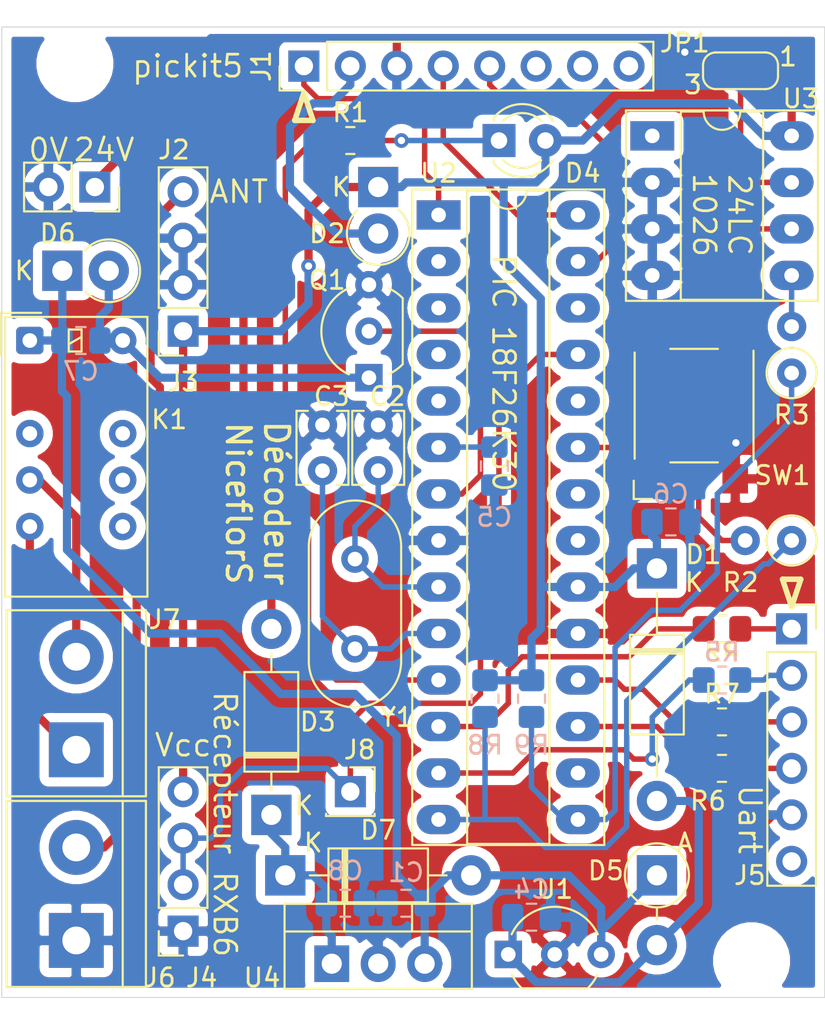
<source format=kicad_pcb>
(kicad_pcb (version 20171130) (host pcbnew "(5.1.12)-1")
  (layers (0 F.Cu signal) (31 B.Cu signal) (34 B.Paste user) (35 F.Paste user) (36 B.SilkS user) (37 F.SilkS user) (38 B.Mask user) (39 F.Mask user) (44 Edge.Cuts user))
  (net 0 "")
  (net 1 GND)
  (net 2 /12VR)
  (net 3 "Net-(C2-Pad1)")
  (net 4 "Net-(C3-Pad1)")
  (net 5 /VCC)
  (net 6 "Net-(C5-Pad1)")
  (net 7 "Net-(C7-Pad2)")
  (net 8 "Net-(C8-Pad1)")
  (net 9 /TVDD)
  (net 10 "Net-(D3-Pad2)")
  (net 11 "Net-(D4-Pad1)")
  (net 12 /PGC)
  (net 13 /PGD)
  (net 14 /MCLR)
  (net 15 /ANT)
  (net 16 /RX)
  (net 17 /TX1)
  (net 18 /RX1)
  (net 19 /CTS)
  (net 20 /RTS)
  (net 21 "Net-(J7-Pad2)")
  (net 22 "Net-(J7-Pad1)")
  (net 23 /Rel1)
  (net 24 /LED)
  (net 25 "Net-(R2-Pad2)")
  (net 26 /SCL)
  (net 27 "Net-(R3-Pad2)")
  (net 28 /SDA)
  (net 29 "Net-(R4-Pad2)")
  (net 30 "Net-(R5-Pad2)")
  (net 31 "Net-(R6-Pad2)")
  (net 32 "Net-(R7-Pad2)")
  (net 33 /Bp1)
  (net 34 /VDD)
  (net 35 "Net-(JP1-Pad2)")
  (module MountingHole:MountingHole_3.2mm_M3 (layer F.Cu) (at 121 121)
    (fp_text reference H2 hide)
    (fp_text value MountingHole)
    (pad 1 np_thru_hole circle (at 0 0) (size 3.2 3.2) (drill 3.2) (layers *.Cu *.Mask))
  )
  (module MountingHole:MountingHole_3.2mm_M3 (layer F.Cu) (at 84 72)
    (fp_text reference H1 hide)
    (fp_text value MountingHole)
    (pad 1 np_thru_hole circle (at 0 0) (size 3.2 3.2) (drill 3.2) (layers *.Cu *.Mask))
  )
  (module Connector_PinHeader_2.54mm:PinHeader_1x08_P2.54mm_Vertical (layer F.Cu) (at 96.52 72.136 90)
    (fp_text reference J1 (at 0 -2.33 90) (layer F.SilkS))
    (fp_text value Conn_01x08_Male)
    (pad 8 thru_hole oval (at 0 17.78 90) (size 1.7 1.7) (drill 1) (layers *.Cu *.Mask))
    (pad 7 thru_hole oval (at 0 15.24 90) (size 1.7 1.7) (drill 1) (layers *.Cu *.Mask))
    (pad 6 thru_hole oval (at 0 12.7 90) (size 1.7 1.7) (drill 1) (layers *.Cu *.Mask))
    (pad 5 thru_hole oval (at 0 10.16 90) (size 1.7 1.7) (drill 1) (layers *.Cu *.Mask) (net 12 /PGC))
    (pad 4 thru_hole oval (at 0 7.62 90) (size 1.7 1.7) (drill 1) (layers *.Cu *.Mask) (net 13 /PGD))
    (pad 3 thru_hole oval (at 0 5.08 90) (size 1.7 1.7) (drill 1) (layers *.Cu *.Mask) (net 1 GND))
    (pad 2 thru_hole oval (at 0 2.54 90) (size 1.7 1.7) (drill 1) (layers *.Cu *.Mask) (net 9 /TVDD))
    (pad 1 thru_hole rect (at 0 0 90) (size 1.7 1.7) (drill 1) (layers *.Cu *.Mask) (net 14 /MCLR))
  )
  (module Resistor_SMD:R_0805_2012Metric_Pad1.20x1.40mm_HandSolder (layer F.Cu) (at 99.06 76.2 180)
    (fp_text reference R1 (at 0 1.524) (layer F.SilkS))
    (fp_text value 330)
    (pad 2 smd roundrect (at 1 0 180) (size 1.2 1.4) (layers F.Cu F.Paste F.Mask) (roundrect_rratio 0.2083325) (net 24 /LED))
    (pad 1 smd roundrect (at -1 0 180) (size 1.2 1.4) (layers F.Cu F.Paste F.Mask) (roundrect_rratio 0.2083325) (net 11 "Net-(D4-Pad1)"))
  )
  (module Package_DIP:DIP-8_W7.62mm_Socket_LongPads (layer F.Cu) (at 115.57 75.946)
    (fp_text reference U3 (at 8.128 -2.032) (layer F.SilkS))
    (fp_text value 24LC1026-I_P)
    (pad 8 thru_hole oval (at 7.62 0) (size 2.4 1.6) (drill 0.8) (layers *.Cu *.Mask) (net 34 /VDD))
    (pad 4 thru_hole oval (at 0 7.62) (size 2.4 1.6) (drill 0.8) (layers *.Cu *.Mask) (net 1 GND))
    (pad 7 thru_hole oval (at 7.62 2.54) (size 2.4 1.6) (drill 0.8) (layers *.Cu *.Mask) (net 35 "Net-(JP1-Pad2)"))
    (pad 3 thru_hole oval (at 0 5.08) (size 2.4 1.6) (drill 0.8) (layers *.Cu *.Mask) (net 1 GND))
    (pad 6 thru_hole oval (at 7.62 5.08) (size 2.4 1.6) (drill 0.8) (layers *.Cu *.Mask) (net 25 "Net-(R2-Pad2)"))
    (pad 2 thru_hole oval (at 0 2.54) (size 2.4 1.6) (drill 0.8) (layers *.Cu *.Mask) (net 1 GND))
    (pad 5 thru_hole oval (at 7.62 7.62) (size 2.4 1.6) (drill 0.8) (layers *.Cu *.Mask) (net 27 "Net-(R3-Pad2)"))
    (pad 1 thru_hole rect (at 0 0) (size 2.4 1.6) (drill 0.8) (layers *.Cu *.Mask))
  )
  (module Jumper:SolderJumper-3_P1.3mm_Open_RoundedPad1.0x1.5mm_NumberLabels (layer F.Cu) (at 120.396 72.39 180)
    (fp_text reference JP1 (at 3.048 1.524) (layer F.SilkS))
    (fp_text value SolderJumper_3_Open)
    (fp_text user 1 (at -2.6 0.762) (layer F.SilkS))
    (fp_text user 3 (at 2.6 -0.762) (layer F.SilkS))
    (pad 2 smd rect (at 0 0 180) (size 1 1.5) (layers F.Cu F.Mask) (net 35 "Net-(JP1-Pad2)"))
    (pad 3 smd custom (at 1.3 0 180) (size 1 0.5) (layers F.Cu F.Mask) (net 1 GND) (options (clearance outline) (anchor rect)) (primitives (gr_circle (center 0 0.25) (end 0.5 0.25) (width 0)) (gr_circle (center 0 -0.25) (end 0.5 -0.25) (width 0)) (gr_poly (pts (xy -0.55 -0.75) (xy 0 -0.75) (xy 0 0.75) (xy -0.55 0.75)) (width 0))))
    (pad 1 smd custom (at -1.3 0 180) (size 1 0.5) (layers F.Cu F.Mask) (net 34 /VDD) (options (clearance outline) (anchor rect)) (primitives (gr_circle (center 0 0.25) (end 0.5 0.25) (width 0)) (gr_circle (center 0 -0.25) (end 0.5 -0.25) (width 0)) (gr_poly (pts (xy 0.55 -0.75) (xy 0 -0.75) (xy 0 0.75) (xy 0.55 0.75)) (width 0))))
  )
  (module Resistor_THT:R_Axial_DIN0207_L6.3mm_D2.5mm_P2.54mm_Vertical (layer F.Cu) (at 123.19 98.044 180)
    (fp_text reference R2 (at 2.794 -2.286) (layer F.SilkS))
    (fp_text value 330)
    (pad 2 thru_hole oval (at 2.54 0 180) (size 1.6 1.6) (drill 0.8) (layers *.Cu *.Mask) (net 25 "Net-(R2-Pad2)"))
    (pad 1 thru_hole circle (at 0 0 180) (size 1.6 1.6) (drill 0.8) (layers *.Cu *.Mask) (net 26 /SCL))
  )
  (module Diode_THT:D_DO-41_SOD81_P3.81mm_Vertical_AnodeUp (layer F.Cu) (at 115.824 116.332 270)
    (fp_text reference D5 (at -0.254 2.794 180) (layer F.SilkS))
    (fp_text value 1N4004)
    (fp_text user A (at -1.778 -1.524 180) (layer F.SilkS))
    (pad 2 thru_hole oval (at 3.81 0 270) (size 2.2 2.2) (drill 1.1) (layers *.Cu *.Mask) (net 5 /VCC))
    (pad 1 thru_hole rect (at 0 0 270) (size 2.2 2.2) (drill 1.1) (layers *.Cu *.Mask) (net 2 /12VR))
  )
  (module Diode_THT:D_DO-41_SOD81_P12.70mm_Horizontal (layer F.Cu) (at 115.824 99.568 270)
    (fp_text reference D1 (at -0.762 -2.54 180) (layer F.SilkS))
    (fp_text value 1N4004)
    (fp_text user K (at 0.762 -2.032 180) (layer F.SilkS))
    (pad 2 thru_hole oval (at 12.7 0 270) (size 2.2 2.2) (drill 1.1) (layers *.Cu *.Mask) (net 5 /VCC))
    (pad 1 thru_hole rect (at 0 0 270) (size 2.2 2.2) (drill 1.1) (layers *.Cu *.Mask) (net 34 /VDD))
  )
  (module Resistor_SMD:R_0805_2012Metric_Pad1.20x1.40mm_HandSolder (layer F.Cu) (at 119.38 110.49 180)
    (fp_text reference R6 (at 0.762 -1.778) (layer F.SilkS))
    (fp_text value 220)
    (pad 2 smd roundrect (at 1 0 180) (size 1.2 1.4) (layers F.Cu F.Paste F.Mask) (roundrect_rratio 0.2083325) (net 31 "Net-(R6-Pad2)"))
    (pad 1 smd roundrect (at -1 0 180) (size 1.2 1.4) (layers F.Cu F.Paste F.Mask) (roundrect_rratio 0.2083325) (net 17 /TX1))
  )
  (module Resistor_SMD:R_0805_2012Metric_Pad1.20x1.40mm_HandSolder (layer B.Cu) (at 119.38 105.664 180)
    (fp_text reference R5 (at 0 1.524 180) (layer B.SilkS) (effects (justify mirror)))
    (fp_text value 220)
    (pad 2 smd roundrect (at 1 0 180) (size 1.2 1.4) (layers B.Cu B.Paste B.Mask) (roundrect_rratio 0.2083325) (net 30 "Net-(R5-Pad2)"))
    (pad 1 smd roundrect (at -1 0 180) (size 1.2 1.4) (layers B.Cu B.Paste B.Mask) (roundrect_rratio 0.2083325) (net 19 /CTS))
  )
  (module Diode_THT:D_DO-41_SOD81_P10.16mm_Horizontal (layer F.Cu) (at 95.504 116.332)
    (fp_text reference D7 (at 5.08 -2.47) (layer F.SilkS))
    (fp_text value 1N4004)
    (fp_text user K (at 1.524 -1.778) (layer F.SilkS))
    (pad 2 thru_hole oval (at 10.16 0) (size 2.2 2.2) (drill 1.1) (layers *.Cu *.Mask) (net 2 /12VR))
    (pad 1 thru_hole rect (at 0 0) (size 2.2 2.2) (drill 1.1) (layers *.Cu *.Mask) (net 8 "Net-(C8-Pad1)"))
  )
  (module Diode_THT:D_DO-41_SOD81_P10.16mm_Horizontal (layer F.Cu) (at 94.742 113.03 90)
    (fp_text reference D3 (at 5.08 2.54 180) (layer F.SilkS))
    (fp_text value 1N4004)
    (fp_text user K (at 0.508 1.778 180) (layer F.SilkS))
    (pad 2 thru_hole oval (at 10.16 0 90) (size 2.2 2.2) (drill 1.1) (layers *.Cu *.Mask) (net 10 "Net-(D3-Pad2)"))
    (pad 1 thru_hole rect (at 0 0 90) (size 2.2 2.2) (drill 1.1) (layers *.Cu *.Mask) (net 8 "Net-(C8-Pad1)"))
  )
  (module Crystal:Crystal_HC18-U_Vertical (layer F.Cu) (at 99.314 99.06 270)
    (fp_text reference Y1 (at 8.636 -2.286 180) (layer F.SilkS))
    (fp_text value "Crystal 16MHz")
    (pad 2 thru_hole circle (at 4.9 0 270) (size 1.5 1.5) (drill 0.8) (layers *.Cu *.Mask) (net 4 "Net-(C3-Pad1)"))
    (pad 1 thru_hole circle (at 0 0 270) (size 1.5 1.5) (drill 0.8) (layers *.Cu *.Mask) (net 3 "Net-(C2-Pad1)"))
  )
  (module Package_TO_SOT_THT:TO-220-3_Vertical (layer F.Cu) (at 98.044 121.158)
    (fp_text reference U4 (at -3.81 0.762) (layer F.SilkS))
    (fp_text value L7812)
    (pad 3 thru_hole oval (at 5.08 0) (size 1.905 2) (drill 1.1) (layers *.Cu *.Mask) (net 2 /12VR))
    (pad 2 thru_hole oval (at 2.54 0) (size 1.905 2) (drill 1.1) (layers *.Cu *.Mask) (net 1 GND))
    (pad 1 thru_hole rect (at 0 0) (size 1.905 2) (drill 1.1) (layers *.Cu *.Mask) (net 8 "Net-(C8-Pad1)"))
  )
  (module Package_DIP:DIP-28_W7.62mm_Socket_LongPads (layer F.Cu) (at 103.886 80.264)
    (fp_text reference U2 (at 0 -2.286) (layer F.SilkS))
    (fp_text value PIC18F26K80_ISS)
    (pad 28 thru_hole oval (at 7.62 0) (size 2.4 1.6) (drill 0.8) (layers *.Cu *.Mask) (net 13 /PGD))
    (pad 14 thru_hole oval (at 0 33.02) (size 2.4 1.6) (drill 0.8) (layers *.Cu *.Mask) (net 26 /SCL))
    (pad 27 thru_hole oval (at 7.62 2.54) (size 2.4 1.6) (drill 0.8) (layers *.Cu *.Mask) (net 12 /PGC))
    (pad 13 thru_hole oval (at 0 30.48) (size 2.4 1.6) (drill 0.8) (layers *.Cu *.Mask) (net 30 "Net-(R5-Pad2)"))
    (pad 26 thru_hole oval (at 7.62 5.08) (size 2.4 1.6) (drill 0.8) (layers *.Cu *.Mask))
    (pad 12 thru_hole oval (at 0 27.94) (size 2.4 1.6) (drill 0.8) (layers *.Cu *.Mask) (net 29 "Net-(R4-Pad2)"))
    (pad 25 thru_hole oval (at 7.62 7.62) (size 2.4 1.6) (drill 0.8) (layers *.Cu *.Mask) (net 16 /RX))
    (pad 11 thru_hole oval (at 0 25.4) (size 2.4 1.6) (drill 0.8) (layers *.Cu *.Mask) (net 24 /LED))
    (pad 24 thru_hole oval (at 7.62 10.16) (size 2.4 1.6) (drill 0.8) (layers *.Cu *.Mask))
    (pad 10 thru_hole oval (at 0 22.86) (size 2.4 1.6) (drill 0.8) (layers *.Cu *.Mask) (net 4 "Net-(C3-Pad1)"))
    (pad 23 thru_hole oval (at 7.62 12.7) (size 2.4 1.6) (drill 0.8) (layers *.Cu *.Mask) (net 33 /Bp1))
    (pad 9 thru_hole oval (at 0 20.32) (size 2.4 1.6) (drill 0.8) (layers *.Cu *.Mask) (net 3 "Net-(C2-Pad1)"))
    (pad 22 thru_hole oval (at 7.62 15.24) (size 2.4 1.6) (drill 0.8) (layers *.Cu *.Mask))
    (pad 8 thru_hole oval (at 0 17.78) (size 2.4 1.6) (drill 0.8) (layers *.Cu *.Mask) (net 1 GND))
    (pad 21 thru_hole oval (at 7.62 17.78) (size 2.4 1.6) (drill 0.8) (layers *.Cu *.Mask))
    (pad 7 thru_hole oval (at 0 15.24) (size 2.4 1.6) (drill 0.8) (layers *.Cu *.Mask) (net 23 /Rel1))
    (pad 20 thru_hole oval (at 7.62 20.32) (size 2.4 1.6) (drill 0.8) (layers *.Cu *.Mask) (net 34 /VDD))
    (pad 6 thru_hole oval (at 0 12.7) (size 2.4 1.6) (drill 0.8) (layers *.Cu *.Mask) (net 6 "Net-(C5-Pad1)"))
    (pad 19 thru_hole oval (at 7.62 22.86) (size 2.4 1.6) (drill 0.8) (layers *.Cu *.Mask) (net 1 GND))
    (pad 5 thru_hole oval (at 0 10.16) (size 2.4 1.6) (drill 0.8) (layers *.Cu *.Mask))
    (pad 18 thru_hole oval (at 7.62 25.4) (size 2.4 1.6) (drill 0.8) (layers *.Cu *.Mask) (net 32 "Net-(R7-Pad2)"))
    (pad 4 thru_hole oval (at 0 7.62) (size 2.4 1.6) (drill 0.8) (layers *.Cu *.Mask))
    (pad 17 thru_hole oval (at 7.62 27.94) (size 2.4 1.6) (drill 0.8) (layers *.Cu *.Mask) (net 31 "Net-(R6-Pad2)"))
    (pad 3 thru_hole oval (at 0 5.08) (size 2.4 1.6) (drill 0.8) (layers *.Cu *.Mask))
    (pad 16 thru_hole oval (at 7.62 30.48) (size 2.4 1.6) (drill 0.8) (layers *.Cu *.Mask))
    (pad 2 thru_hole oval (at 0 2.54) (size 2.4 1.6) (drill 0.8) (layers *.Cu *.Mask))
    (pad 15 thru_hole oval (at 7.62 33.02) (size 2.4 1.6) (drill 0.8) (layers *.Cu *.Mask) (net 28 /SDA))
    (pad 1 thru_hole rect (at 0 0) (size 2.4 1.6) (drill 0.8) (layers *.Cu *.Mask) (net 14 /MCLR))
  )
  (module Package_TO_SOT_THT:TO-92_Inline_Wide (layer F.Cu) (at 107.696 120.65)
    (fp_text reference U1 (at 2.54 -3.56) (layer F.SilkS))
    (fp_text value L78L05_TO92)
    (pad 1 thru_hole rect (at 0 0) (size 1.5 1.5) (drill 0.8) (layers *.Cu *.Mask) (net 5 /VCC))
    (pad 3 thru_hole circle (at 5.08 0) (size 1.5 1.5) (drill 0.8) (layers *.Cu *.Mask) (net 2 /12VR))
    (pad 2 thru_hole circle (at 2.54 0) (size 1.5 1.5) (drill 0.8) (layers *.Cu *.Mask) (net 1 GND))
  )
  (module Button_Switch_SMD:SW_SPST_Omron_B3FS-101xP (layer F.Cu) (at 117.856 90.678 90)
    (fp_text reference SW1 (at -3.81 4.826 180) (layer F.SilkS))
    (fp_text value SW_MEC_5E)
    (pad 3 smd rect (at -4 2.25 270) (size 1.6 1.4) (layers F.Cu F.Paste F.Mask) (net 1 GND))
    (pad 4 smd rect (at 4 2.25 270) (size 1.6 1.4) (layers F.Cu F.Paste F.Mask) (net 1 GND))
    (pad 1 smd rect (at -4 -2.25 270) (size 1.6 1.4) (layers F.Cu F.Paste F.Mask) (net 33 /Bp1))
    (pad 2 smd rect (at 4 -2.25 270) (size 1.6 1.4) (layers F.Cu F.Paste F.Mask) (net 33 /Bp1))
  )
  (module Resistor_SMD:R_0805_2012Metric_Pad1.20x1.40mm_HandSolder (layer B.Cu) (at 108.966 106.68 270)
    (fp_text reference R9 (at 2.54 0 180) (layer B.SilkS) (effects (justify mirror)))
    (fp_text value 8,2k)
    (pad 2 smd roundrect (at 1 0 270) (size 1.2 1.4) (layers B.Cu B.Paste B.Mask) (roundrect_rratio 0.2083325) (net 28 /SDA))
    (pad 1 smd roundrect (at -1 0 270) (size 1.2 1.4) (layers B.Cu B.Paste B.Mask) (roundrect_rratio 0.2083325) (net 34 /VDD))
  )
  (module Resistor_SMD:R_0805_2012Metric_Pad1.20x1.40mm_HandSolder (layer B.Cu) (at 106.426 106.68 270)
    (fp_text reference R8 (at 2.54 0) (layer B.SilkS) (effects (justify mirror)))
    (fp_text value 8,2k)
    (pad 2 smd roundrect (at 1 0 270) (size 1.2 1.4) (layers B.Cu B.Paste B.Mask) (roundrect_rratio 0.2083325) (net 26 /SCL))
    (pad 1 smd roundrect (at -1 0 270) (size 1.2 1.4) (layers B.Cu B.Paste B.Mask) (roundrect_rratio 0.2083325) (net 34 /VDD))
  )
  (module Resistor_SMD:R_0805_2012Metric_Pad1.20x1.40mm_HandSolder (layer F.Cu) (at 119.38 107.95 180)
    (fp_text reference R7 (at 0 1.524) (layer F.SilkS))
    (fp_text value 220)
    (pad 2 smd roundrect (at 1 0 180) (size 1.2 1.4) (layers F.Cu F.Paste F.Mask) (roundrect_rratio 0.2083325) (net 32 "Net-(R7-Pad2)"))
    (pad 1 smd roundrect (at -1 0 180) (size 1.2 1.4) (layers F.Cu F.Paste F.Mask) (roundrect_rratio 0.2083325) (net 18 /RX1))
  )
  (module Resistor_SMD:R_0805_2012Metric_Pad1.20x1.40mm_HandSolder (layer F.Cu) (at 119.38 102.87 180)
    (fp_text reference R4 (at 0 -1.27) (layer F.SilkS))
    (fp_text value 220)
    (pad 2 smd roundrect (at 1 0 180) (size 1.2 1.4) (layers F.Cu F.Paste F.Mask) (roundrect_rratio 0.2083325) (net 29 "Net-(R4-Pad2)"))
    (pad 1 smd roundrect (at -1 0 180) (size 1.2 1.4) (layers F.Cu F.Paste F.Mask) (roundrect_rratio 0.2083325) (net 20 /RTS))
  )
  (module Resistor_THT:R_Axial_DIN0207_L6.3mm_D2.5mm_P2.54mm_Vertical (layer F.Cu) (at 123.19 88.9 90)
    (fp_text reference R3 (at -2.286 0 180) (layer F.SilkS))
    (fp_text value 330)
    (pad 2 thru_hole oval (at 2.54 0 90) (size 1.6 1.6) (drill 0.8) (layers *.Cu *.Mask) (net 27 "Net-(R3-Pad2)"))
    (pad 1 thru_hole circle (at 0 0 90) (size 1.6 1.6) (drill 0.8) (layers *.Cu *.Mask) (net 28 /SDA))
  )
  (module Package_TO_SOT_THT:TO-92_Inline_Wide (layer F.Cu) (at 100.076 89.154 90)
    (fp_text reference Q1 (at 5.334 -2.286 180) (layer F.SilkS))
    (fp_text value BS170)
    (pad 1 thru_hole rect (at 0 0 90) (size 1.5 1.5) (drill 0.8) (layers *.Cu *.Mask) (net 7 "Net-(C7-Pad2)"))
    (pad 3 thru_hole circle (at 5.08 0 90) (size 1.5 1.5) (drill 0.8) (layers *.Cu *.Mask) (net 1 GND))
    (pad 2 thru_hole circle (at 2.54 0 90) (size 1.5 1.5) (drill 0.8) (layers *.Cu *.Mask) (net 23 /Rel1))
  )
  (module Relay_THT:Relay_DPDT_Kemet_EC2 (layer F.Cu) (at 81.534 87.122)
    (fp_text reference K1 (at 7.62 4.318 180) (layer F.SilkS))
    (fp_text value ATX203)
    (pad 12 thru_hole circle (at 5.08 0) (size 1.5 1.5) (drill 0.8) (layers *.Cu *.Mask) (net 7 "Net-(C7-Pad2)"))
    (pad 10 thru_hole circle (at 5.08 5.08) (size 1.5 1.5) (drill 0.8) (layers *.Cu *.Mask))
    (pad 9 thru_hole circle (at 5.08 7.62) (size 1.5 1.5) (drill 0.8) (layers *.Cu *.Mask))
    (pad 8 thru_hole circle (at 5.08 10.16) (size 1.5 1.5) (drill 0.8) (layers *.Cu *.Mask))
    (pad 5 thru_hole circle (at 0 10.16) (size 1.5 1.5) (drill 0.8) (layers *.Cu *.Mask) (net 22 "Net-(J7-Pad1)"))
    (pad 4 thru_hole circle (at 0 7.62) (size 1.5 1.5) (drill 0.8) (layers *.Cu *.Mask) (net 21 "Net-(J7-Pad2)"))
    (pad 3 thru_hole circle (at 0 5.08) (size 1.5 1.5) (drill 0.8) (layers *.Cu *.Mask))
    (pad 1 thru_hole roundrect (at 0 0) (size 1.5 1.5) (drill 0.8) (layers *.Cu *.Mask) (roundrect_rratio 0.167) (net 2 /12VR))
  )
  (module Connector_PinSocket_2.54mm:PinSocket_1x01_P2.54mm_Vertical (layer F.Cu) (at 99.06 111.76)
    (fp_text reference J8 (at 0.508 -2.286) (layer F.SilkS))
    (fp_text value Conn_01x01_Male)
    (pad 1 thru_hole rect (at 0 0) (size 1.7 1.7) (drill 1) (layers *.Cu *.Mask) (net 16 /RX))
  )
  (module TerminalBlock:TerminalBlock_bornier-2_P5.08mm (layer F.Cu) (at 84.074 109.474 90)
    (fp_text reference J7 (at 7.112 4.826 180) (layer F.SilkS))
    (fp_text value Screw_Terminal_01x02)
    (pad 2 thru_hole circle (at 5.08 0 90) (size 3 3) (drill 1.52) (layers *.Cu *.Mask) (net 21 "Net-(J7-Pad2)"))
    (pad 1 thru_hole rect (at 0 0 90) (size 3 3) (drill 1.52) (layers *.Cu *.Mask) (net 22 "Net-(J7-Pad1)"))
  )
  (module TerminalBlock:TerminalBlock_bornier-2_P5.08mm (layer F.Cu) (at 84.074 119.888 90)
    (fp_text reference J6 (at -2.032 4.572 180) (layer F.SilkS))
    (fp_text value Screw_Terminal_01x02)
    (pad 2 thru_hole circle (at 5.08 0 90) (size 3 3) (drill 1.52) (layers *.Cu *.Mask) (net 15 /ANT))
    (pad 1 thru_hole rect (at 0 0 90) (size 3 3) (drill 1.52) (layers *.Cu *.Mask) (net 1 GND))
  )
  (module Connector_PinSocket_2.54mm:PinSocket_1x06_P2.54mm_Vertical (layer F.Cu) (at 123.19 102.87)
    (fp_text reference J5 (at -2.286 13.462) (layer F.SilkS))
    (fp_text value Conn_01x06_Male)
    (pad 6 thru_hole oval (at 0 12.7) (size 1.7 1.7) (drill 1) (layers *.Cu *.Mask))
    (pad 5 thru_hole oval (at 0 10.16) (size 1.7 1.7) (drill 1) (layers *.Cu *.Mask) (net 1 GND))
    (pad 4 thru_hole oval (at 0 7.62) (size 1.7 1.7) (drill 1) (layers *.Cu *.Mask) (net 17 /TX1))
    (pad 3 thru_hole oval (at 0 5.08) (size 1.7 1.7) (drill 1) (layers *.Cu *.Mask) (net 18 /RX1))
    (pad 2 thru_hole oval (at 0 2.54) (size 1.7 1.7) (drill 1) (layers *.Cu *.Mask) (net 19 /CTS))
    (pad 1 thru_hole rect (at 0 0) (size 1.7 1.7) (drill 1) (layers *.Cu *.Mask) (net 20 /RTS))
  )
  (module Connector_PinSocket_2.54mm:PinSocket_1x04_P2.54mm_Vertical (layer F.Cu) (at 89.916 119.38 180)
    (fp_text reference J4 (at -1.016 -2.54) (layer F.SilkS))
    (fp_text value Conn_01x04_Male)
    (pad 4 thru_hole oval (at 0 7.62 180) (size 1.7 1.7) (drill 1) (layers *.Cu *.Mask) (net 34 /VDD))
    (pad 3 thru_hole oval (at 0 5.08 180) (size 1.7 1.7) (drill 1) (layers *.Cu *.Mask) (net 16 /RX))
    (pad 2 thru_hole oval (at 0 2.54 180) (size 1.7 1.7) (drill 1) (layers *.Cu *.Mask) (net 16 /RX))
    (pad 1 thru_hole rect (at 0 0 180) (size 1.7 1.7) (drill 1) (layers *.Cu *.Mask) (net 1 GND))
  )
  (module Connector_PinSocket_2.54mm:PinSocket_1x04_P2.54mm_Vertical (layer F.Cu) (at 89.916 86.614 180)
    (fp_text reference J3 (at 0 -2.77) (layer F.SilkS))
    (fp_text value Conn_01x04_Male)
    (pad 4 thru_hole oval (at 0 7.62 180) (size 1.7 1.7) (drill 1) (layers *.Cu *.Mask) (net 15 /ANT))
    (pad 3 thru_hole oval (at 0 5.08 180) (size 1.7 1.7) (drill 1) (layers *.Cu *.Mask) (net 1 GND))
    (pad 2 thru_hole oval (at 0 2.54 180) (size 1.7 1.7) (drill 1) (layers *.Cu *.Mask) (net 1 GND))
    (pad 1 thru_hole rect (at 0 0 180) (size 1.7 1.7) (drill 1) (layers *.Cu *.Mask) (net 34 /VDD))
  )
  (module Connector_PinSocket_2.54mm:PinSocket_1x02_P2.54mm_Vertical (layer F.Cu) (at 85.09 78.74 270)
    (fp_text reference J2 (at -2.032 -4.318 180) (layer F.SilkS))
    (fp_text value Conn_01x02_Male)
    (pad 2 thru_hole oval (at 0 2.54 270) (size 1.7 1.7) (drill 1) (layers *.Cu *.Mask) (net 1 GND))
    (pad 1 thru_hole rect (at 0 0 270) (size 1.7 1.7) (drill 1) (layers *.Cu *.Mask) (net 10 "Net-(D3-Pad2)"))
  )
  (module Diode_THT:D_DO-41_SOD81_P2.54mm_Vertical_KathodeUp (layer F.Cu) (at 83.312 83.312)
    (fp_text reference D6 (at -0.254 -2.032) (layer F.SilkS))
    (fp_text value 1N4004)
    (fp_text user K (at -2.1 0) (layer F.SilkS))
    (pad 2 thru_hole oval (at 2.54 0) (size 2.2 2.2) (drill 1.1) (layers *.Cu *.Mask) (net 7 "Net-(C7-Pad2)"))
    (pad 1 thru_hole rect (at 0 0) (size 2.2 2.2) (drill 1.1) (layers *.Cu *.Mask) (net 2 /12VR))
  )
  (module LED_THT:LED_D3.0mm (layer F.Cu) (at 107.188 76.2)
    (fp_text reference D4 (at 4.572 1.778 180) (layer F.SilkS))
    (fp_text value LED)
    (pad 2 thru_hole circle (at 2.54 0) (size 1.8 1.8) (drill 0.9) (layers *.Cu *.Mask) (net 34 /VDD))
    (pad 1 thru_hole rect (at 0 0) (size 1.8 1.8) (drill 0.9) (layers *.Cu *.Mask) (net 11 "Net-(D4-Pad1)"))
  )
  (module Diode_THT:D_DO-41_SOD81_P2.54mm_Vertical_KathodeUp (layer F.Cu) (at 100.584 78.74 270)
    (fp_text reference D2 (at 2.54 2.794) (layer F.SilkS))
    (fp_text value 1N4004)
    (fp_text user K (at 0 2.032 180) (layer F.SilkS))
    (pad 2 thru_hole oval (at 2.54 0 270) (size 2.2 2.2) (drill 1.1) (layers *.Cu *.Mask) (net 9 /TVDD))
    (pad 1 thru_hole rect (at 0 0 270) (size 2.2 2.2) (drill 1.1) (layers *.Cu *.Mask) (net 34 /VDD))
  )
  (module Capacitor_SMD:C_0805_2012Metric_Pad1.18x1.45mm_HandSolder (layer B.Cu) (at 98.7845 117.856)
    (fp_text reference C8 (at 0 -1.778) (layer B.SilkS) (effects (justify mirror)))
    (fp_text value 100nF)
    (pad 2 smd roundrect (at 1.0375 0) (size 1.175 1.45) (layers B.Cu B.Paste B.Mask) (roundrect_rratio 0.2127659574468085) (net 1 GND))
    (pad 1 smd roundrect (at -1.0375 0) (size 1.175 1.45) (layers B.Cu B.Paste B.Mask) (roundrect_rratio 0.2127659574468085) (net 8 "Net-(C8-Pad1)"))
  )
  (module Capacitor_SMD:C_0805_2012Metric_Pad1.18x1.45mm_HandSolder (layer B.Cu) (at 84.328 87.122)
    (fp_text reference C7 (at 0 1.68) (layer B.SilkS) (effects (justify mirror)))
    (fp_text value 100nF)
    (pad 2 smd roundrect (at 1.0375 0) (size 1.175 1.45) (layers B.Cu B.Paste B.Mask) (roundrect_rratio 0.2127659574468085) (net 7 "Net-(C7-Pad2)"))
    (pad 1 smd roundrect (at -1.0375 0) (size 1.175 1.45) (layers B.Cu B.Paste B.Mask) (roundrect_rratio 0.2127659574468085) (net 2 /12VR))
  )
  (module Capacitor_SMD:C_0805_2012Metric_Pad1.18x1.45mm_HandSolder (layer B.Cu) (at 116.586 97.028)
    (fp_text reference C6 (at 0 -1.524 180) (layer B.SilkS) (effects (justify mirror)))
    (fp_text value 100nF)
    (pad 2 smd roundrect (at 1.0375 0) (size 1.175 1.45) (layers B.Cu B.Paste B.Mask) (roundrect_rratio 0.2127659574468085) (net 1 GND))
    (pad 1 smd roundrect (at -1.0375 0) (size 1.175 1.45) (layers B.Cu B.Paste B.Mask) (roundrect_rratio 0.2127659574468085) (net 34 /VDD))
  )
  (module Capacitor_SMD:C_0805_2012Metric_Pad1.18x1.45mm_HandSolder (layer B.Cu) (at 106.934 93.98 270)
    (fp_text reference C5 (at 2.794 0 180) (layer B.SilkS) (effects (justify mirror)))
    (fp_text value 100nF)
    (pad 2 smd roundrect (at 1.0375 0 270) (size 1.175 1.45) (layers B.Cu B.Paste B.Mask) (roundrect_rratio 0.2127659574468085) (net 1 GND))
    (pad 1 smd roundrect (at -1.0375 0 270) (size 1.175 1.45) (layers B.Cu B.Paste B.Mask) (roundrect_rratio 0.2127659574468085) (net 6 "Net-(C5-Pad1)"))
  )
  (module Capacitor_SMD:C_0805_2012Metric_Pad1.18x1.45mm_HandSolder (layer B.Cu) (at 108.966 118.618)
    (fp_text reference C4 (at 0 -1.524) (layer B.SilkS) (effects (justify mirror)))
    (fp_text value 100nF)
    (pad 2 smd roundrect (at 1.0375 0) (size 1.175 1.45) (layers B.Cu B.Paste B.Mask) (roundrect_rratio 0.2127659574468085) (net 1 GND))
    (pad 1 smd roundrect (at -1.0375 0) (size 1.175 1.45) (layers B.Cu B.Paste B.Mask) (roundrect_rratio 0.2127659574468085) (net 5 /VCC))
  )
  (module Capacitor_THT:C_Disc_D3.8mm_W2.6mm_P2.50mm (layer F.Cu) (at 97.536 94.234 90)
    (fp_text reference C3 (at 4.064 0.508) (layer F.SilkS))
    (fp_text value 15pF)
    (pad 2 thru_hole circle (at 2.5 0 90) (size 1.6 1.6) (drill 0.8) (layers *.Cu *.Mask) (net 1 GND))
    (pad 1 thru_hole circle (at 0 0 90) (size 1.6 1.6) (drill 0.8) (layers *.Cu *.Mask) (net 4 "Net-(C3-Pad1)"))
  )
  (module Capacitor_THT:C_Disc_D3.8mm_W2.6mm_P2.50mm (layer F.Cu) (at 100.584 94.234 90)
    (fp_text reference C2 (at 4.064 0.508) (layer F.SilkS))
    (fp_text value 15pF)
    (pad 2 thru_hole circle (at 2.5 0 90) (size 1.6 1.6) (drill 0.8) (layers *.Cu *.Mask) (net 1 GND))
    (pad 1 thru_hole circle (at 0 0 90) (size 1.6 1.6) (drill 0.8) (layers *.Cu *.Mask) (net 3 "Net-(C2-Pad1)"))
  )
  (module Capacitor_SMD:C_0805_2012Metric_Pad1.18x1.45mm_HandSolder (layer B.Cu) (at 102.108 117.856 180)
    (fp_text reference C1 (at 0 1.68) (layer B.SilkS) (effects (justify mirror)))
    (fp_text value 100nF)
    (pad 2 smd roundrect (at 1.0375 0 180) (size 1.175 1.45) (layers B.Cu B.Paste B.Mask) (roundrect_rratio 0.2127659574468085) (net 1 GND))
    (pad 1 smd roundrect (at -1.0375 0 180) (size 1.175 1.45) (layers B.Cu B.Paste B.Mask) (roundrect_rratio 0.2127659574468085) (net 2 /12VR))
  )
  (gr_text "24LC\n1026" (at 119.38 80.264 -90) (layer F.SilkS) (effects (font (size 1.2 1.2))))
  (gr_text "PIC 18F26K30" (at 107.442 88.9 -90) (layer F.SilkS) (effects (font (size 1.2 1.2))))
  (gr_text Vcc (at 89.916 109.22) (layer F.SilkS) (effects (font (size 1.2 1.2))))
  (gr_text ANT (at 92.964 78.994) (layer F.SilkS) (effects (font (size 1.2 1.2))))
  (gr_text 0V (at 82.55 76.708) (layer F.SilkS) (effects (font (size 1.2 1.2))))
  (gr_text 24V (at 85.598 76.708) (layer F.SilkS) (effects (font (size 1.2 1.2))))
  (gr_text ∆ (at 123.19 100.838 180) (layer F.SilkS) (effects (font (size 1.5 1.5) (thickness 0.3))))
  (gr_text ∆ (at 96.52 74.422) (layer F.SilkS) (effects (font (size 1.5 1.5) (thickness 0.3))))
  (gr_text Uart (at 120.904 113.284 270) (layer F.SilkS) (effects (font (size 1.2 1.2))))
  (gr_text "Récepteur RXB6" (at 92.202 113.538 -90) (layer F.SilkS) (effects (font (size 1.2 1.2))))
  (gr_text pickit5 (at 90.17 72.136) (layer F.SilkS) (effects (font (size 1.2 1.2))))
  (gr_text "Décodeur\nNiceflorS" (at 93.98 96.012 270) (layer F.SilkS) (effects (font (size 1.3 1.3) (thickness 0.2))))
  (gr_line (start 80 123) (end 80 70) (layer Edge.Cuts) (width 0.05))
  (gr_line (start 125 123) (end 80 123) (layer Edge.Cuts) (width 0.05))
  (gr_line (start 125 70) (end 125 123) (layer Edge.Cuts) (width 0.05))
  (gr_line (start 80 70) (end 125 70) (layer Edge.Cuts) (width 0.05))
  (segment (start 100.584 121.158) (end 100.584 120.396) (width 0.45) (layer B.Cu) (net 1))
  (segment (start 122.174 113.03) (end 123.19 113.03) (width 0.45) (layer F.Cu) (net 1))
  (segment (start 116.84 118.364) (end 122.174 113.03) (width 0.45) (layer F.Cu) (net 1))
  (segment (start 112.522 118.364) (end 116.84 118.364) (width 0.45) (layer F.Cu) (net 1))
  (segment (start 110.236 120.65) (end 112.522 118.364) (width 0.45) (layer F.Cu) (net 1))
  (segment (start 104.394 98.044) (end 104.902 98.044) (width 0.45) (layer F.Cu) (net 1))
  (segment (start 120.142 94.642) (end 120.106 94.678) (width 0.45) (layer F.Cu) (net 1))
  (segment (start 120.142 92.71) (end 120.142 94.642) (width 0.45) (layer F.Cu) (net 1))
  (via (at 120.142 92.71) (size 0.8) (drill 0.4) (layers F.Cu B.Cu) (net 1))
  (segment (start 101.6 70.612) (end 91.694 70.612) (width 0.45) (layer F.Cu) (net 1))
  (segment (start 101.6 72.136) (end 101.6 70.612) (width 0.45) (layer F.Cu) (net 1))
  (segment (start 119.096 72.39) (end 118.364 72.39) (width 0.45) (layer F.Cu) (net 1))
  (segment (start 116.586 70.612) (end 101.6 70.612) (width 0.45) (layer F.Cu) (net 1))
  (segment (start 100.584 120.65) (end 100.584 121.158) (width 0.45) (layer B.Cu) (net 1))
  (segment (start 100.584 121.158) (end 100.584 119.888) (width 0.45) (layer B.Cu) (net 1))
  (segment (start 101.0705 119.4015) (end 101.0705 117.856) (width 0.45) (layer B.Cu) (net 1))
  (segment (start 100.584 119.888) (end 101.0705 119.4015) (width 0.45) (layer B.Cu) (net 1))
  (segment (start 99.822 117.856) (end 99.822 119.38) (width 0.45) (layer B.Cu) (net 1))
  (segment (start 100.584 120.142) (end 100.584 121.158) (width 0.45) (layer B.Cu) (net 1))
  (segment (start 99.822 119.38) (end 100.584 120.142) (width 0.45) (layer B.Cu) (net 1))
  (segment (start 91.445001 70.606999) (end 116.580999 70.606999) (width 0.45) (layer B.Cu) (net 1))
  (segment (start 85.852 76.2) (end 91.445001 70.606999) (width 0.45) (layer B.Cu) (net 1))
  (segment (start 83.058 76.2) (end 85.852 76.2) (width 0.45) (layer B.Cu) (net 1))
  (segment (start 82.55 76.708) (end 83.058 76.2) (width 0.45) (layer B.Cu) (net 1))
  (segment (start 116.580999 70.606999) (end 117.348 71.374) (width 0.45) (layer B.Cu) (net 1))
  (segment (start 82.55 78.74) (end 82.55 76.708) (width 0.45) (layer B.Cu) (net 1))
  (via (at 117.348 71.374) (size 0.8) (drill 0.4) (layers F.Cu B.Cu) (net 1))
  (segment (start 117.348 71.374) (end 116.586 70.612) (width 0.45) (layer F.Cu) (net 1))
  (segment (start 118.364 72.39) (end 117.348 71.374) (width 0.45) (layer F.Cu) (net 1))
  (segment (start 103.124 121.158) (end 103.886 121.158) (width 0.45) (layer B.Cu) (net 2))
  (segment (start 112.776 120.65) (end 112.776 118.11) (width 0.45) (layer B.Cu) (net 2))
  (segment (start 110.998 116.332) (end 105.664 116.332) (width 0.45) (layer B.Cu) (net 2))
  (segment (start 112.776 118.11) (end 110.998 116.332) (width 0.45) (layer B.Cu) (net 2))
  (segment (start 115.824 116.84) (end 115.316 116.84) (width 0.45) (layer B.Cu) (net 2))
  (segment (start 112.776 119.38) (end 112.776 120.65) (width 0.45) (layer B.Cu) (net 2))
  (segment (start 115.316 116.84) (end 112.776 119.38) (width 0.45) (layer B.Cu) (net 2))
  (segment (start 83.312 87.1005) (end 83.2905 87.122) (width 0.45) (layer B.Cu) (net 2))
  (segment (start 83.312 83.312) (end 83.312 87.1005) (width 0.45) (layer B.Cu) (net 2))
  (segment (start 81.534 87.122) (end 83.2905 87.122) (width 0.45) (layer B.Cu) (net 2))
  (segment (start 105.664 116.332) (end 105.664 116.3535) (width 0.45) (layer B.Cu) (net 2))
  (segment (start 83.566 90.17) (end 83.2905 89.8945) (width 0.45) (layer B.Cu) (net 2))
  (segment (start 83.2905 89.8945) (end 83.2905 87.122) (width 0.45) (layer B.Cu) (net 2))
  (segment (start 88.138 103.124) (end 83.566 98.552) (width 0.45) (layer B.Cu) (net 2))
  (segment (start 91.948 103.124) (end 88.138 103.124) (width 0.45) (layer B.Cu) (net 2))
  (segment (start 95.25 106.426) (end 91.948 103.124) (width 0.45) (layer B.Cu) (net 2))
  (segment (start 99.314 106.426) (end 95.25 106.426) (width 0.45) (layer B.Cu) (net 2))
  (segment (start 83.566 98.552) (end 83.566 90.17) (width 0.45) (layer B.Cu) (net 2))
  (segment (start 101.6 108.712) (end 99.314 106.426) (width 0.45) (layer B.Cu) (net 2))
  (segment (start 103.124 117.8775) (end 103.1455 117.856) (width 0.45) (layer B.Cu) (net 2))
  (segment (start 103.124 121.158) (end 103.124 117.8775) (width 0.45) (layer B.Cu) (net 2))
  (segment (start 103.1455 117.856) (end 103.1455 117.5805) (width 0.45) (layer B.Cu) (net 2))
  (segment (start 104.394 116.332) (end 105.664 116.332) (width 0.45) (layer B.Cu) (net 2))
  (segment (start 103.1455 117.5805) (end 104.394 116.332) (width 0.45) (layer B.Cu) (net 2))
  (segment (start 101.6 116.3105) (end 103.1455 117.856) (width 0.45) (layer B.Cu) (net 2))
  (segment (start 101.6 108.712) (end 101.6 116.3105) (width 0.45) (layer B.Cu) (net 2))
  (segment (start 100.838 100.584) (end 101.346 100.584) (width 0.3) (layer B.Cu) (net 3))
  (segment (start 99.314 99.06) (end 100.838 100.584) (width 0.3) (layer B.Cu) (net 3))
  (segment (start 99.314 99.06) (end 99.314 97.282) (width 0.3) (layer B.Cu) (net 3))
  (segment (start 100.584 96.012) (end 100.584 94.234) (width 0.3) (layer B.Cu) (net 3))
  (segment (start 99.314 97.282) (end 100.584 96.012) (width 0.3) (layer B.Cu) (net 3))
  (segment (start 101.346 100.584) (end 103.886 100.584) (width 0.3) (layer B.Cu) (net 3))
  (segment (start 102.108 103.124) (end 101.272 103.96) (width 0.3) (layer B.Cu) (net 4))
  (segment (start 101.272 103.96) (end 100.51 103.96) (width 0.3) (layer B.Cu) (net 4))
  (segment (start 100.51 103.96) (end 99.314 103.96) (width 0.3) (layer B.Cu) (net 4))
  (segment (start 100.51 103.96) (end 99.822 103.96) (width 0.3) (layer B.Cu) (net 4))
  (segment (start 97.536 102.182) (end 99.314 103.96) (width 0.3) (layer B.Cu) (net 4))
  (segment (start 97.536 94.234) (end 97.536 102.182) (width 0.3) (layer B.Cu) (net 4))
  (segment (start 102.108 103.124) (end 103.886 103.124) (width 0.3) (layer B.Cu) (net 4))
  (segment (start 107.9285 120.4175) (end 107.696 120.65) (width 0.45) (layer B.Cu) (net 5))
  (segment (start 107.9285 118.618) (end 107.9285 120.4175) (width 0.45) (layer B.Cu) (net 5))
  (segment (start 117.602 112.268) (end 118.11 112.776) (width 0.45) (layer B.Cu) (net 5))
  (segment (start 115.824 112.268) (end 117.602 112.268) (width 0.45) (layer B.Cu) (net 5))
  (segment (start 109.22 122.174) (end 107.696 120.65) (width 0.45) (layer B.Cu) (net 5))
  (segment (start 113.792 122.174) (end 109.22 122.174) (width 0.45) (layer B.Cu) (net 5))
  (segment (start 115.824 120.142) (end 113.792 122.174) (width 0.45) (layer B.Cu) (net 5))
  (segment (start 118.11 117.856) (end 118.11 117.602) (width 0.45) (layer B.Cu) (net 5))
  (segment (start 115.824 120.142) (end 118.11 117.856) (width 0.45) (layer B.Cu) (net 5))
  (segment (start 118.11 112.776) (end 118.11 117.602) (width 0.45) (layer B.Cu) (net 5))
  (segment (start 106.9125 92.964) (end 106.934 92.9425) (width 0.3) (layer B.Cu) (net 6))
  (segment (start 103.9075 92.9425) (end 103.886 92.964) (width 0.3) (layer B.Cu) (net 6))
  (segment (start 106.934 92.9425) (end 103.9075 92.9425) (width 0.3) (layer B.Cu) (net 6))
  (segment (start 85.3655 87.122) (end 85.3655 85.8305) (width 0.45) (layer B.Cu) (net 7))
  (segment (start 85.852 85.344) (end 85.852 83.312) (width 0.45) (layer B.Cu) (net 7))
  (segment (start 85.3655 85.8305) (end 85.852 85.344) (width 0.45) (layer B.Cu) (net 7))
  (segment (start 85.3655 87.122) (end 86.614 87.122) (width 0.45) (layer B.Cu) (net 7))
  (segment (start 99.822 88.9) (end 100.076 89.154) (width 0.45) (layer B.Cu) (net 7))
  (segment (start 100.076 89.154) (end 91.694 89.154) (width 0.45) (layer B.Cu) (net 7))
  (segment (start 88.646 89.154) (end 91.694 89.154) (width 0.45) (layer B.Cu) (net 7))
  (segment (start 86.614 87.122) (end 88.646 89.154) (width 0.45) (layer B.Cu) (net 7))
  (segment (start 95.504 113.792) (end 94.742 113.03) (width 0.45) (layer B.Cu) (net 8))
  (segment (start 94.742 113.03) (end 94.742 114.046) (width 0.45) (layer B.Cu) (net 8))
  (segment (start 95.504 114.808) (end 95.504 116.332) (width 0.45) (layer B.Cu) (net 8))
  (segment (start 94.742 114.046) (end 95.504 114.808) (width 0.45) (layer B.Cu) (net 8))
  (segment (start 97.747 119.337) (end 97.747 117.856) (width 0.45) (layer B.Cu) (net 8))
  (segment (start 98.044 119.634) (end 97.747 119.337) (width 0.45) (layer B.Cu) (net 8))
  (segment (start 98.044 121.158) (end 98.044 119.634) (width 0.45) (layer B.Cu) (net 8))
  (segment (start 97.747 117.051) (end 97.747 117.856) (width 0.45) (layer B.Cu) (net 8))
  (segment (start 97.028 116.332) (end 97.747 117.051) (width 0.45) (layer B.Cu) (net 8))
  (segment (start 95.504 116.332) (end 97.028 116.332) (width 0.45) (layer B.Cu) (net 8))
  (segment (start 99.06 73.152) (end 99.06 72.136) (width 0.45) (layer B.Cu) (net 9))
  (segment (start 98.044 74.168) (end 99.06 73.152) (width 0.45) (layer B.Cu) (net 9))
  (segment (start 97.028 74.168) (end 98.044 74.168) (width 0.45) (layer B.Cu) (net 9))
  (segment (start 95.758 75.438) (end 97.028 74.168) (width 0.45) (layer B.Cu) (net 9))
  (segment (start 95.758 78.74) (end 95.758 75.438) (width 0.45) (layer B.Cu) (net 9))
  (segment (start 98.298 81.28) (end 95.758 78.74) (width 0.45) (layer B.Cu) (net 9))
  (segment (start 100.584 81.28) (end 98.298 81.28) (width 0.45) (layer B.Cu) (net 9))
  (segment (start 85.09 78.74) (end 85.09 78.486) (width 0.45) (layer F.Cu) (net 10))
  (segment (start 94.742 96.266) (end 93.218 94.742) (width 0.45) (layer F.Cu) (net 10))
  (segment (start 93.218 94.742) (end 93.218 77.978) (width 0.45) (layer F.Cu) (net 10))
  (segment (start 94.742 102.87) (end 94.742 96.266) (width 0.45) (layer F.Cu) (net 10))
  (segment (start 91.186 75.946) (end 93.218 77.978) (width 0.45) (layer F.Cu) (net 10))
  (segment (start 87.63 75.946) (end 91.186 75.946) (width 0.45) (layer F.Cu) (net 10))
  (segment (start 85.09 78.486) (end 87.63 75.946) (width 0.45) (layer F.Cu) (net 10))
  (segment (start 101.854 76.2) (end 101.854 76.2) (width 0.3) (layer B.Cu) (net 11))
  (segment (start 101.854 76.2) (end 107.188 76.2) (width 0.3) (layer B.Cu) (net 11))
  (via (at 101.854 76.2) (size 0.8) (drill 0.4) (layers F.Cu B.Cu) (net 11))
  (segment (start 101.854 76.2) (end 100.06 76.2) (width 0.3) (layer F.Cu) (net 11))
  (segment (start 113.538 81.788) (end 113.538 76.962) (width 0.3) (layer F.Cu) (net 12))
  (segment (start 113.538 76.962) (end 110.744 74.168) (width 0.3) (layer F.Cu) (net 12))
  (segment (start 110.744 74.168) (end 107.696 74.168) (width 0.3) (layer F.Cu) (net 12))
  (segment (start 106.68 73.152) (end 106.68 72.136) (width 0.3) (layer F.Cu) (net 12))
  (segment (start 107.696 74.168) (end 106.68 73.152) (width 0.3) (layer F.Cu) (net 12))
  (segment (start 112.522 82.804) (end 113.538 81.788) (width 0.3) (layer F.Cu) (net 12))
  (segment (start 111.506 82.804) (end 112.522 82.804) (width 0.3) (layer F.Cu) (net 12))
  (segment (start 104.14 76.2) (end 104.14 72.136) (width 0.3) (layer F.Cu) (net 13))
  (segment (start 108.204 80.264) (end 104.14 76.2) (width 0.3) (layer F.Cu) (net 13))
  (segment (start 111.506 80.264) (end 108.204 80.264) (width 0.3) (layer F.Cu) (net 13))
  (segment (start 96.52 73.152) (end 97.282 73.914) (width 0.3) (layer F.Cu) (net 14))
  (segment (start 97.282 73.914) (end 102.362 73.914) (width 0.3) (layer F.Cu) (net 14))
  (segment (start 102.362 73.914) (end 103.124 74.676) (width 0.3) (layer F.Cu) (net 14))
  (segment (start 96.52 72.136) (end 96.52 73.152) (width 0.3) (layer F.Cu) (net 14))
  (segment (start 103.886 78.74) (end 103.124 77.978) (width 0.3) (layer F.Cu) (net 14))
  (segment (start 103.886 80.264) (end 103.886 78.74) (width 0.3) (layer F.Cu) (net 14))
  (segment (start 103.124 74.676) (end 103.124 77.978) (width 0.3) (layer F.Cu) (net 14))
  (segment (start 88.138 80.772) (end 89.916 78.994) (width 0.45) (layer F.Cu) (net 15))
  (segment (start 88.138 89.154) (end 88.138 80.772) (width 0.45) (layer F.Cu) (net 15))
  (segment (start 88.646 89.662) (end 88.138 89.154) (width 0.45) (layer F.Cu) (net 15))
  (segment (start 88.646 98.044) (end 88.646 89.662) (width 0.45) (layer F.Cu) (net 15))
  (segment (start 87.376 99.314) (end 88.646 98.044) (width 0.45) (layer F.Cu) (net 15))
  (segment (start 87.376 113.03) (end 87.376 99.314) (width 0.45) (layer F.Cu) (net 15))
  (segment (start 85.598 114.808) (end 87.376 113.03) (width 0.45) (layer F.Cu) (net 15))
  (segment (start 84.074 114.808) (end 85.598 114.808) (width 0.45) (layer F.Cu) (net 15))
  (segment (start 89.916 114.3) (end 89.916 116.84) (width 0.3) (layer B.Cu) (net 16))
  (segment (start 91.44 114.3) (end 89.916 114.3) (width 0.3) (layer B.Cu) (net 16))
  (segment (start 91.948 111.76) (end 91.948 113.792) (width 0.3) (layer B.Cu) (net 16))
  (segment (start 93.218 110.49) (end 91.948 111.76) (width 0.3) (layer B.Cu) (net 16))
  (segment (start 91.948 113.792) (end 91.44 114.3) (width 0.3) (layer B.Cu) (net 16))
  (segment (start 97.79 110.49) (end 93.218 110.49) (width 0.3) (layer B.Cu) (net 16))
  (segment (start 99.06 111.76) (end 97.79 110.49) (width 0.3) (layer B.Cu) (net 16))
  (segment (start 111.506 87.884) (end 109.474 87.884) (width 0.3) (layer F.Cu) (net 16))
  (segment (start 109.474 87.884) (end 107.188 90.17) (width 0.3) (layer F.Cu) (net 16))
  (segment (start 107.188 90.17) (end 107.188 103.378) (width 0.3) (layer F.Cu) (net 16))
  (segment (start 107.188 103.378) (end 106.172 104.394) (width 0.3) (layer F.Cu) (net 16))
  (segment (start 106.172 104.394) (end 106.172 106.426) (width 0.3) (layer F.Cu) (net 16))
  (segment (start 106.172 106.426) (end 105.664 106.934) (width 0.3) (layer F.Cu) (net 16))
  (segment (start 105.664 106.934) (end 100.076 106.934) (width 0.3) (layer F.Cu) (net 16))
  (segment (start 99.06 107.95) (end 99.06 111.76) (width 0.3) (layer F.Cu) (net 16))
  (segment (start 100.076 106.934) (end 99.06 107.95) (width 0.3) (layer F.Cu) (net 16))
  (segment (start 120.888 110.49) (end 123.19 110.49) (width 0.3) (layer F.Cu) (net 17))
  (segment (start 120.888 107.95) (end 123.19 107.95) (width 0.3) (layer F.Cu) (net 18))
  (segment (start 120.888 105.664) (end 121.666 105.664) (width 0.3) (layer B.Cu) (net 19))
  (segment (start 121.92 105.41) (end 123.19 105.41) (width 0.3) (layer B.Cu) (net 19))
  (segment (start 121.666 105.664) (end 121.92 105.41) (width 0.3) (layer B.Cu) (net 19))
  (segment (start 120.126 102.87) (end 123.19 102.87) (width 0.3) (layer F.Cu) (net 20))
  (segment (start 84.074 104.394) (end 84.074 96.774) (width 0.45) (layer F.Cu) (net 21))
  (segment (start 82.042 94.742) (end 81.534 94.742) (width 0.45) (layer F.Cu) (net 21))
  (segment (start 84.074 96.774) (end 82.042 94.742) (width 0.45) (layer F.Cu) (net 21))
  (segment (start 84.074 109.474) (end 83.82 109.474) (width 0.45) (layer F.Cu) (net 22))
  (segment (start 81.534 107.188) (end 81.534 97.282) (width 0.45) (layer F.Cu) (net 22))
  (segment (start 83.82 109.474) (end 81.534 107.188) (width 0.45) (layer F.Cu) (net 22))
  (segment (start 103.632 95.504) (end 104.394 95.504) (width 0.3) (layer F.Cu) (net 23))
  (segment (start 103.886 95.504) (end 102.87 95.504) (width 0.3) (layer F.Cu) (net 23))
  (segment (start 100.19599 86.73399) (end 100.076 86.614) (width 0.3) (layer F.Cu) (net 23))
  (segment (start 106.172 94.488) (end 105.156 95.504) (width 0.3) (layer F.Cu) (net 23))
  (segment (start 106.172 87.122) (end 106.172 94.488) (width 0.3) (layer F.Cu) (net 23))
  (segment (start 105.664 86.614) (end 106.172 87.122) (width 0.3) (layer F.Cu) (net 23))
  (segment (start 100.076 86.614) (end 105.664 86.614) (width 0.3) (layer F.Cu) (net 23))
  (segment (start 103.886 95.504) (end 105.156 95.504) (width 0.3) (layer F.Cu) (net 23))
  (segment (start 98.298 105.664) (end 103.886 105.664) (width 0.3) (layer F.Cu) (net 24))
  (segment (start 96.774 104.14) (end 98.298 105.664) (width 0.3) (layer F.Cu) (net 24))
  (segment (start 96.774 97.536) (end 96.774 104.14) (width 0.3) (layer F.Cu) (net 24))
  (segment (start 95.504 96.266) (end 96.774 97.536) (width 0.3) (layer F.Cu) (net 24))
  (segment (start 95.504 77.724) (end 95.504 96.266) (width 0.3) (layer F.Cu) (net 24))
  (segment (start 97.028 76.2) (end 95.504 77.724) (width 0.3) (layer F.Cu) (net 24))
  (segment (start 98.06 76.2) (end 97.028 76.2) (width 0.3) (layer F.Cu) (net 24))
  (segment (start 120.65 98.044) (end 119.38 98.044) (width 0.3) (layer F.Cu) (net 25))
  (segment (start 119.38 98.044) (end 118.11 96.774) (width 0.3) (layer F.Cu) (net 25))
  (segment (start 118.11 96.774) (end 118.11 83.312) (width 0.3) (layer F.Cu) (net 25))
  (segment (start 120.396 81.026) (end 123.19 81.026) (width 0.3) (layer F.Cu) (net 25))
  (segment (start 118.11 83.312) (end 120.396 81.026) (width 0.3) (layer F.Cu) (net 25))
  (segment (start 106.172 113.284) (end 104.394 113.284) (width 0.3) (layer B.Cu) (net 26))
  (segment (start 106.426 107.68) (end 106.426 113.284) (width 0.3) (layer B.Cu) (net 26))
  (segment (start 104.394 113.284) (end 106.426 113.284) (width 0.3) (layer B.Cu) (net 26))
  (segment (start 123.19 98.044) (end 123.19 98.552) (width 0.3) (layer B.Cu) (net 26))
  (segment (start 121.92 99.314) (end 123.19 98.044) (width 0.3) (layer B.Cu) (net 26))
  (segment (start 114.173 113.665) (end 114.173 106.807) (width 0.3) (layer B.Cu) (net 26))
  (segment (start 121.666 99.314) (end 121.92 99.314) (width 0.3) (layer B.Cu) (net 26))
  (segment (start 113.03 114.808) (end 114.173 113.665) (width 0.3) (layer B.Cu) (net 26))
  (segment (start 109.728 114.808) (end 113.03 114.808) (width 0.3) (layer B.Cu) (net 26))
  (segment (start 114.173 106.807) (end 121.666 99.314) (width 0.3) (layer B.Cu) (net 26))
  (segment (start 108.204 113.284) (end 109.728 114.808) (width 0.3) (layer B.Cu) (net 26))
  (segment (start 106.426 113.284) (end 108.204 113.284) (width 0.3) (layer B.Cu) (net 26))
  (segment (start 123.19 83.566) (end 123.19 86.36) (width 0.3) (layer B.Cu) (net 27))
  (segment (start 112.03 113.268) (end 112.014 113.284) (width 0.3) (layer F.Cu) (net 28))
  (segment (start 110.744 113.284) (end 112.014 113.284) (width 0.3) (layer B.Cu) (net 28))
  (segment (start 108.966 111.506) (end 109.601 112.141) (width 0.3) (layer B.Cu) (net 28))
  (segment (start 108.966 107.68) (end 108.966 111.506) (width 0.3) (layer B.Cu) (net 28))
  (segment (start 109.474 112.014) (end 109.601 112.141) (width 0.3) (layer B.Cu) (net 28))
  (segment (start 113.03 113.284) (end 111.506 113.284) (width 0.3) (layer B.Cu) (net 28))
  (segment (start 113.538 112.776) (end 113.03 113.284) (width 0.3) (layer B.Cu) (net 28))
  (segment (start 113.538 103.886) (end 113.538 112.776) (width 0.3) (layer B.Cu) (net 28))
  (segment (start 115.57 101.854) (end 113.538 103.886) (width 0.3) (layer B.Cu) (net 28))
  (segment (start 117.094 101.854) (end 115.57 101.854) (width 0.3) (layer B.Cu) (net 28))
  (segment (start 119.126 99.822) (end 117.094 101.854) (width 0.3) (layer B.Cu) (net 28))
  (segment (start 119.126 95.504) (end 119.126 99.822) (width 0.3) (layer B.Cu) (net 28))
  (segment (start 123.19 91.44) (end 119.126 95.504) (width 0.3) (layer B.Cu) (net 28))
  (segment (start 123.19 88.9) (end 123.19 91.44) (width 0.3) (layer B.Cu) (net 28))
  (segment (start 110.744 113.284) (end 109.601 112.141) (width 0.3) (layer B.Cu) (net 28))
  (segment (start 111.506 113.284) (end 110.744 113.284) (width 0.3) (layer B.Cu) (net 28))
  (segment (start 104.648 108.204) (end 104.394 108.204) (width 0.3) (layer F.Cu) (net 29))
  (segment (start 118.126 102.87) (end 118.11 102.87) (width 0.3) (layer F.Cu) (net 29))
  (segment (start 114.3 104.394) (end 115.824 102.87) (width 0.3) (layer F.Cu) (net 29))
  (segment (start 108.458 104.394) (end 114.3 104.394) (width 0.3) (layer F.Cu) (net 29))
  (segment (start 107.696 105.156) (end 108.458 104.394) (width 0.3) (layer F.Cu) (net 29))
  (segment (start 107.696 106.934) (end 107.696 105.156) (width 0.3) (layer F.Cu) (net 29))
  (segment (start 106.426 108.204) (end 107.696 106.934) (width 0.3) (layer F.Cu) (net 29))
  (segment (start 118.38 102.87) (end 115.824 102.87) (width 0.3) (layer F.Cu) (net 29))
  (segment (start 103.886 108.204) (end 106.426 108.204) (width 0.3) (layer F.Cu) (net 29))
  (via (at 115.57 109.982) (size 0.8) (drill 0.4) (layers F.Cu B.Cu) (net 30))
  (segment (start 117.602 105.664) (end 118.38 105.664) (width 0.3) (layer B.Cu) (net 30))
  (segment (start 115.57 107.696) (end 117.602 105.664) (width 0.3) (layer B.Cu) (net 30))
  (segment (start 115.57 109.982) (end 115.57 107.696) (width 0.3) (layer B.Cu) (net 30))
  (segment (start 107.95 110.744) (end 103.886 110.744) (width 0.3) (layer F.Cu) (net 30))
  (segment (start 109.22 109.474) (end 107.95 110.744) (width 0.3) (layer F.Cu) (net 30))
  (segment (start 114.046 109.474) (end 109.22 109.474) (width 0.3) (layer F.Cu) (net 30))
  (segment (start 114.554 109.982) (end 114.046 109.474) (width 0.3) (layer F.Cu) (net 30))
  (segment (start 115.57 109.982) (end 114.554 109.982) (width 0.3) (layer F.Cu) (net 30))
  (segment (start 118.11 110.49) (end 118.38 110.49) (width 0.3) (layer F.Cu) (net 31))
  (segment (start 115.824 108.204) (end 118.11 110.49) (width 0.3) (layer F.Cu) (net 31))
  (segment (start 111.506 108.204) (end 115.824 108.204) (width 0.3) (layer F.Cu) (net 31))
  (segment (start 118.126 107.95) (end 116.84 107.95) (width 0.3) (layer F.Cu) (net 32))
  (segment (start 116.84 107.95) (end 115.062 106.172) (width 0.3) (layer F.Cu) (net 32))
  (segment (start 115.062 106.172) (end 114.046 106.172) (width 0.3) (layer F.Cu) (net 32))
  (segment (start 114.046 106.172) (end 113.538 105.664) (width 0.3) (layer F.Cu) (net 32))
  (segment (start 111.506 105.664) (end 113.538 105.664) (width 0.3) (layer F.Cu) (net 32))
  (segment (start 115.606 93.762) (end 115.606 94.678) (width 0.3) (layer F.Cu) (net 33))
  (segment (start 115.388 92.964) (end 115.606 93.182) (width 0.3) (layer F.Cu) (net 33))
  (segment (start 111.506 92.964) (end 115.388 92.964) (width 0.3) (layer F.Cu) (net 33))
  (segment (start 115.606 93.182) (end 115.606 94.678) (width 0.3) (layer F.Cu) (net 33))
  (segment (start 115.606 86.678) (end 115.606 93.182) (width 0.3) (layer F.Cu) (net 33))
  (segment (start 116.332 99.568) (end 116.078 99.568) (width 0.45) (layer F.Cu) (net 34))
  (segment (start 115.5485 98.7845) (end 116.332 99.568) (width 0.45) (layer B.Cu) (net 34))
  (segment (start 107.442 78.486) (end 102.108 78.486) (width 0.45) (layer B.Cu) (net 34))
  (segment (start 113.538 100.584) (end 114.554 99.568) (width 0.45) (layer B.Cu) (net 34))
  (segment (start 109.728 76.2) (end 111.76 76.2) (width 0.45) (layer B.Cu) (net 34))
  (segment (start 119.888 74.168) (end 121.666 75.946) (width 0.45) (layer B.Cu) (net 34))
  (segment (start 121.666 75.946) (end 123.19 75.946) (width 0.45) (layer B.Cu) (net 34))
  (segment (start 113.792 74.168) (end 119.888 74.168) (width 0.45) (layer B.Cu) (net 34))
  (segment (start 111.76 76.2) (end 113.792 74.168) (width 0.45) (layer B.Cu) (net 34))
  (segment (start 113.538 100.584) (end 111.506 100.584) (width 0.45) (layer B.Cu) (net 34))
  (segment (start 109.474 84.836) (end 109.474 100.076) (width 0.45) (layer B.Cu) (net 34))
  (segment (start 107.442 82.804) (end 109.474 84.836) (width 0.45) (layer B.Cu) (net 34))
  (segment (start 107.442 78.486) (end 107.442 82.804) (width 0.45) (layer B.Cu) (net 34))
  (segment (start 109.474 101.346) (end 109.474 101.854) (width 0.45) (layer B.Cu) (net 34))
  (segment (start 111.506 100.584) (end 109.474 100.584) (width 0.45) (layer B.Cu) (net 34))
  (segment (start 109.474 100.584) (end 109.474 101.854) (width 0.45) (layer B.Cu) (net 34))
  (segment (start 109.474 100.076) (end 109.474 100.584) (width 0.45) (layer B.Cu) (net 34))
  (segment (start 108.966 105.68) (end 108.966 103.378) (width 0.45) (layer B.Cu) (net 34))
  (segment (start 109.474 102.87) (end 109.474 101.854) (width 0.45) (layer B.Cu) (net 34))
  (segment (start 108.966 103.378) (end 109.474 102.87) (width 0.45) (layer B.Cu) (net 34))
  (segment (start 108.966 105.68) (end 106.426 105.68) (width 0.45) (layer B.Cu) (net 34))
  (segment (start 115.5485 97.028) (end 115.5485 97.7685) (width 0.45) (layer B.Cu) (net 34))
  (segment (start 115.824 98.044) (end 115.824 99.568) (width 0.45) (layer B.Cu) (net 34))
  (segment (start 115.5485 97.7685) (end 115.824 98.044) (width 0.45) (layer B.Cu) (net 34))
  (segment (start 114.554 99.568) (end 115.824 99.568) (width 0.45) (layer B.Cu) (net 34))
  (segment (start 123.19 73.184) (end 122.396 72.39) (width 0.45) (layer F.Cu) (net 34))
  (segment (start 123.19 75.946) (end 123.19 73.184) (width 0.45) (layer F.Cu) (net 34))
  (segment (start 121.696 72.39) (end 122.396 72.39) (width 0.45) (layer F.Cu) (net 34))
  (segment (start 109.728 76.2) (end 109.728 77.978) (width 0.45) (layer B.Cu) (net 34))
  (segment (start 109.22 78.486) (end 107.442 78.486) (width 0.45) (layer B.Cu) (net 34))
  (segment (start 109.728 77.978) (end 109.22 78.486) (width 0.45) (layer B.Cu) (net 34))
  (segment (start 101.854 78.74) (end 102.108 78.486) (width 0.45) (layer B.Cu) (net 34))
  (segment (start 100.584 78.74) (end 101.854 78.74) (width 0.45) (layer B.Cu) (net 34))
  (segment (start 89.916 111.76) (end 89.916 98.552) (width 0.45) (layer F.Cu) (net 34))
  (segment (start 89.916 98.552) (end 89.916 86.614) (width 0.45) (layer F.Cu) (net 34))
  (segment (start 89.916 86.614) (end 95.25 86.614) (width 0.45) (layer B.Cu) (net 34))
  (segment (start 95.25 86.614) (end 96.774 85.09) (width 0.45) (layer B.Cu) (net 34))
  (via (at 96.774 83.058) (size 0.8) (drill 0.4) (layers F.Cu B.Cu) (net 34))
  (segment (start 96.774 85.09) (end 96.774 83.058) (width 0.45) (layer B.Cu) (net 34))
  (segment (start 96.774 83.058) (end 96.774 80.01) (width 0.45) (layer F.Cu) (net 34))
  (segment (start 98.044 78.74) (end 100.584 78.74) (width 0.45) (layer F.Cu) (net 34))
  (segment (start 96.774 80.01) (end 98.044 78.74) (width 0.45) (layer F.Cu) (net 34))
  (segment (start 121.412 78.486) (end 123.19 78.486) (width 0.3) (layer F.Cu) (net 35))
  (segment (start 120.396 77.47) (end 121.412 78.486) (width 0.3) (layer F.Cu) (net 35))
  (segment (start 120.396 72.39) (end 120.396 77.47) (width 0.3) (layer F.Cu) (net 35))
  (zone (net 1) (net_name GND) (layer B.Cu) (connect_pads (clearance 0.508)) (min_thickness 0.254) (fill yes (arc_segments 32) (thermal_gap 0.508) (thermal_bridge_width 0.508))
    (polygon (pts (xy 125 123) (xy 80 123) (xy 80 70) (xy 125 70)))
  )
  (zone (net 1) (net_name GND) (layer F.Cu) (connect_pads (clearance 0.508)) (min_thickness 0.254) (fill yes (arc_segments 32) (thermal_gap 0.508) (thermal_bridge_width 0.508))
    (polygon (pts (xy 125 123) (xy 80 123) (xy 80 70) (xy 125 70)))
  )
)
</source>
